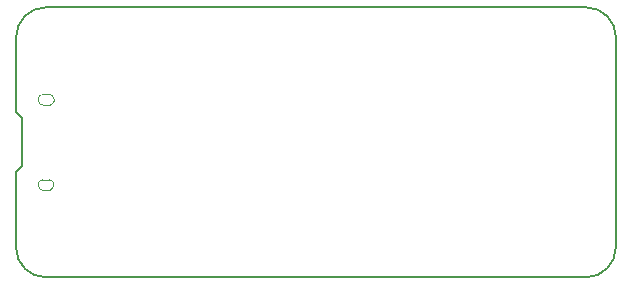
<source format=gm1>
G04 #@! TF.GenerationSoftware,KiCad,Pcbnew,5.0.2-bee76a0~70~ubuntu18.04.1*
G04 #@! TF.CreationDate,2019-01-10T21:18:08-06:00*
G04 #@! TF.ProjectId,Adafruit Feather M0 RFMxx,41646166-7275-4697-9420-466561746865,rev?*
G04 #@! TF.SameCoordinates,Original*
G04 #@! TF.FileFunction,Profile,NP*
%FSLAX46Y46*%
G04 Gerber Fmt 4.6, Leading zero omitted, Abs format (unit mm)*
G04 Created by KiCad (PCBNEW 5.0.2-bee76a0~70~ubuntu18.04.1) date Thu 10 Jan 2019 09:18:08 PM CST*
%MOMM*%
%LPD*%
G01*
G04 APERTURE LIST*
%ADD10C,0.150000*%
G04 #@! TA.AperFunction,NonConductor*
%ADD11C,0.100000*%
G04 #@! TD*
G04 APERTURE END LIST*
D10*
X125641100Y-116433600D02*
X171361100Y-116433600D01*
X173901100Y-113893600D02*
G75*
G02X171361100Y-116433600I-2540000J0D01*
G01*
X173901100Y-113893600D02*
X173901100Y-96113600D01*
X171361100Y-93573600D02*
G75*
G02X173901100Y-96113600I0J-2540000D01*
G01*
X171361100Y-93573600D02*
X125641100Y-93573600D01*
X123101100Y-96113600D02*
G75*
G02X125641100Y-93573600I2540000J0D01*
G01*
X123101100Y-96113600D02*
X123101100Y-102463600D01*
X123101100Y-102463600D02*
X123609100Y-102971600D01*
X123609100Y-102971600D02*
X123609100Y-107035600D01*
X123609100Y-107035600D02*
X123101100Y-107543600D01*
X123101100Y-107543600D02*
X123101100Y-113893600D01*
X125641100Y-116433600D02*
G75*
G02X123101100Y-113893600I0J2540000D01*
G01*
D11*
G04 #@! TO.C,X3*
X125346100Y-108153600D02*
X125946100Y-108153600D01*
X126296100Y-108603600D02*
G75*
G03X125946100Y-108153600I-400000J50000D01*
G01*
X125946100Y-109053600D02*
G75*
G03X126296100Y-108603600I-50000J400000D01*
G01*
X125946100Y-109053600D02*
X125346100Y-109053600D01*
X125346100Y-108153600D02*
G75*
G03X124996100Y-108603600I50000J-400000D01*
G01*
X124996100Y-108603600D02*
G75*
G03X125346100Y-109053600I400000J-50000D01*
G01*
X125396100Y-100953600D02*
X125946100Y-100953600D01*
X125396100Y-100953600D02*
G75*
G03X124996100Y-101303600I-25000J-375000D01*
G01*
X124996100Y-101503600D02*
X124996100Y-101303600D01*
X124996100Y-101503600D02*
G75*
G03X125396100Y-101853600I375000J25000D01*
G01*
X125946100Y-101853600D02*
X125396100Y-101853600D01*
X125946100Y-101853600D02*
G75*
G03X126296100Y-101503600I0J350000D01*
G01*
X126296100Y-101303600D02*
X126296100Y-101503600D01*
X126296100Y-101303600D02*
G75*
G03X125946100Y-100953600I-350000J0D01*
G01*
G04 #@! TD*
M02*

</source>
